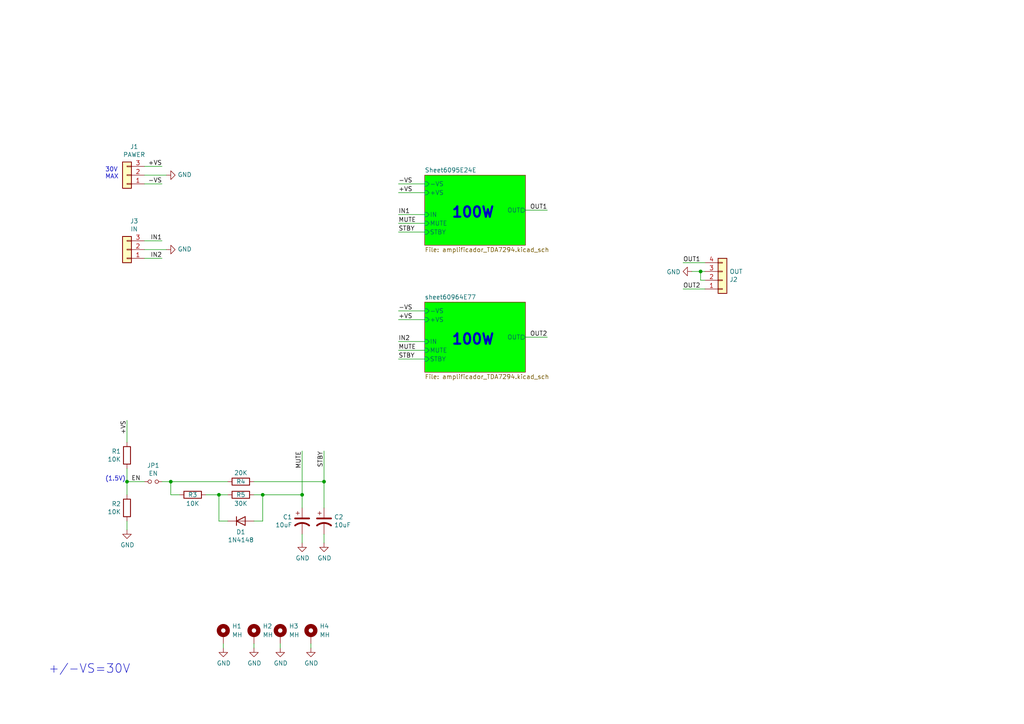
<source format=kicad_sch>
(kicad_sch (version 20211123) (generator eeschema)
  (paper "A4")
  (title_block (title "Amplificador TDA7294") (date "2022-12-08") (rev "v1.0.0") (company "MAYKOLREY.COM"))
  (lib_symbols
    (symbol "Connector_Generic:Conn_01x03" (pin_names (offset 1.016) hide)
      (property "Reference" "J" (at 0 5.08 0))
      (property "Value" "Conn_01x03" (at 0 -5.08 0))
      (symbol "Conn_01x03_1_1"
        (rectangle (start -1.27 -2.413) (end 0 -2.667) (stroke (width 0.1524)))
        (rectangle (start -1.27 0.127) (end 0 -0.127) (stroke (width 0.1524)))
        (rectangle (start -1.27 2.667) (end 0 2.413) (stroke (width 0.1524)))
        (rectangle (start -1.27 3.81) (end 1.27 -3.81) (stroke (width 0.254)) (fill (type background)))
        (pin passive line (at -5.08 2.54 0) (length 3.81) (name "Pin_1") (number "1"))
        (pin passive line (at -5.08 0 0) (length 3.81) (name "Pin_2") (number "2"))
        (pin passive line (at -5.08 -2.54 0) (length 3.81) (name "Pin_3") (number "3"))
      )
    )
    (symbol "Connector_Generic:Conn_01x04" (pin_names (offset 1.016) hide)
      (property "Reference" "J" (at 0 5.08 0))
      (property "Value" "Conn_01x04" (at 0 -7.62 0))
      (symbol "Conn_01x04_1_1"
        (rectangle (start -1.27 -4.953) (end 0 -5.207) (stroke (width 0.1524)))
        (rectangle (start -1.27 -2.413) (end 0 -2.667) (stroke (width 0.1524)))
        (rectangle (start -1.27 0.127) (end 0 -0.127) (stroke (width 0.1524)))
        (rectangle (start -1.27 2.667) (end 0 2.413) (stroke (width 0.1524)))
        (rectangle (start -1.27 3.81) (end 1.27 -6.35) (stroke (width 0.254)) (fill (type background)))
        (pin passive line (at -5.08 2.54 0) (length 3.81) (name "Pin_1") (number "1"))
        (pin passive line (at -5.08 0 0) (length 3.81) (name "Pin_2") (number "2"))
        (pin passive line (at -5.08 -2.54 0) (length 3.81) (name "Pin_3") (number "3"))
        (pin passive line (at -5.08 -5.08 0) (length 3.81) (name "Pin_4") (number "4"))
      )
    )
    (symbol "Device:D" (pin_numbers hide) (pin_names (offset 1.016) hide)
      (property "Reference" "D" (at 0 2.54 0))
      (property "Value" "D" (at 0 -2.54 0))
      (symbol "D_0_1"
        (polyline (pts (xy -1.27 1.27) (xy -1.27 -1.27)) (stroke (width 0.254)))
        (polyline (pts (xy 1.27 0) (xy -1.27 0)))
        (polyline (pts (xy 1.27 1.27) (xy 1.27 -1.27) (xy -1.27 0) (xy 1.27 1.27)) (stroke (width 0.254)))
      )
      (symbol "D_1_1"
        (pin passive line (at -3.81 0 0) (length 2.54) (name "K") (number "1"))
        (pin passive line (at 3.81 0 180) (length 2.54) (name "A") (number "2"))
      )
    )
    (symbol "Device:R" (pin_numbers hide) (pin_names (offset 0))
      (property "Reference" "R" (at 2.032 0 90))
      (property "Value" "R" (at 0 0 90))
      (symbol "R_0_1"
        (rectangle (start -1.016 -2.54) (end 1.016 2.54) (stroke (width 0.254)))
      )
      (symbol "R_1_1"
        (pin passive line (at 0 3.81 270) (length 1.27) (name "~") (number "1"))
        (pin passive line (at 0 -3.81 90) (length 1.27) (name "~") (number "2"))
      )
    )
    (symbol "Mechanical:MountingHole_Pad" (pin_numbers hide) (pin_names (offset 1.016) hide)
      (property "Reference" "H" (at 0 6.35 0))
      (property "Value" "MountingHole_Pad" (at 0 4.445 0))
      (symbol "MountingHole_Pad_0_1"
        (circle (center 0 1.27) (radius 1.27) (stroke (width 1.27)))
      )
      (symbol "MountingHole_Pad_1_1"
        (pin input line (at 0 -2.54 90) (length 2.54) (name "1") (number "1"))
      )
    )
    (symbol "TDA7294-rescue:CP1-Device" (pin_numbers hide) (pin_names (offset 0.254) hide)
      (property "Reference" "C" (at 0.635 2.54 0))
      (property "Value" "CP1-Device" (at 0.635 -2.54 0))
      (symbol "CP1-Device_0_1"
        (polyline (pts (xy -2.032 0.762) (xy 2.032 0.762)) (stroke (width 0.508)))
        (polyline (pts (xy -1.778 2.286) (xy -0.762 2.286)))
        (polyline (pts (xy -1.27 1.778) (xy -1.27 2.794)))
        (arc (start 2.032 -1.27) (mid 0 -0.5572) (end -2.032 -1.27) (stroke (width 0.508)))
      )
      (symbol "CP1-Device_1_1"
        (pin passive line (at 0 3.81 270) (length 2.794) (name "~") (number "1"))
        (pin passive line (at 0 -3.81 90) (length 3.302) (name "~") (number "2"))
      )
    )
    (symbol "TDA7294-rescue:Jumper_NO_Small-Device" (pin_numbers hide) (pin_names (offset 0.762) hide)
      (property "Reference" "JP" (at 0 2.032 0))
      (property "Value" "Jumper_NO_Small-Device" (at 0.254 -1.524 0))
      (symbol "Jumper_NO_Small-Device_0_1"
        (circle (center -1.016 0) (radius 0.508))
        (circle (center 1.016 0) (radius 0.508))
        (pin passive line (at -2.54 0 0) (length 1.016) (name "1") (number "1"))
        (pin passive line (at 2.54 0 180) (length 1.016) (name "2") (number "2"))
      )
    )
    (symbol "power:GND" (power) (pin_names (offset 0))
      (property "Value" "GND" (at 0 -3.81 0))
      (symbol "GND_0_1"
        (polyline (pts (xy 0 0) (xy 0 -1.27) (xy 1.27 -1.27) (xy 0 -2.54) (xy -1.27 -1.27) (xy 0 -1.27)))
      )
      (symbol "GND_1_1"
        (pin power_in line (at 0 0 270) (length 0) hide (name "GND") (number "1"))
      )
    )
  )
  (junction (at 36.83 139.7))
  (junction (at 49.53 139.7))
  (junction (at 76.2 143.51))
  (junction (at 87.63 143.51))
  (junction (at 203.2 78.74))
  (junction (at 63.5 143.51))
  (junction (at 93.98 139.7))
  (wire (pts (xy 36.83 153.67) (xy 36.83 151.13)))
  (wire (pts (xy 46.99 53.34) (xy 41.91 53.34)))
  (wire (pts (xy 48.26 50.8) (xy 41.91 50.8)))
  (wire (pts (xy 73.66 186.69) (xy 73.66 187.96)))
  (wire (pts (xy 158.75 60.96) (xy 152.4 60.96)))
  (wire (pts (xy 66.04 151.13) (xy 63.5 151.13)))
  (wire (pts (xy 198.12 83.82) (xy 204.47 83.82)))
  (wire (pts (xy 203.2 78.74) (xy 204.47 78.74)))
  (wire (pts (xy 59.69 143.51) (xy 63.5 143.51)))
  (wire (pts (xy 115.57 90.17) (xy 123.19 90.17)))
  (wire (pts (xy 64.77 186.69) (xy 64.77 187.96)))
  (wire (pts (xy 48.26 72.39) (xy 41.91 72.39)))
  (wire (pts (xy 87.63 143.51) (xy 76.2 143.51)))
  (wire (pts (xy 203.2 81.28) (xy 203.2 78.74)))
  (wire (pts (xy 46.99 48.26) (xy 41.91 48.26)))
  (wire (pts (xy 87.63 130.81) (xy 87.63 143.51)))
  (wire (pts (xy 123.19 101.6) (xy 115.57 101.6)))
  (wire (pts (xy 198.12 76.2) (xy 204.47 76.2)))
  (wire (pts (xy 93.98 147.32) (xy 93.98 139.7)))
  (wire (pts (xy 36.83 139.7) (xy 36.83 135.89)))
  (wire (pts (xy 115.57 55.88) (xy 123.19 55.88)))
  (wire (pts (xy 115.57 92.71) (xy 123.19 92.71)))
  (wire (pts (xy 36.83 121.92) (xy 36.83 128.27)))
  (wire (pts (xy 87.63 147.32) (xy 87.63 143.51)))
  (wire (pts (xy 46.99 139.7) (xy 49.53 139.7)))
  (wire (pts (xy 76.2 143.51) (xy 73.66 143.51)))
  (wire (pts (xy 73.66 151.13) (xy 76.2 151.13)))
  (wire (pts (xy 115.57 67.31) (xy 123.19 67.31)))
  (wire (pts (xy 93.98 139.7) (xy 73.66 139.7)))
  (wire (pts (xy 63.5 143.51) (xy 66.04 143.51)))
  (wire (pts (xy 115.57 53.34) (xy 123.19 53.34)))
  (wire (pts (xy 115.57 62.23) (xy 123.19 62.23)))
  (wire (pts (xy 158.75 97.79) (xy 152.4 97.79)))
  (wire (pts (xy 90.17 186.69) (xy 90.17 187.96)))
  (wire (pts (xy 115.57 104.14) (xy 123.19 104.14)))
  (wire (pts (xy 49.53 139.7) (xy 66.04 139.7)))
  (wire (pts (xy 200.66 78.74) (xy 203.2 78.74)))
  (wire (pts (xy 36.83 139.7) (xy 36.83 143.51)))
  (wire (pts (xy 63.5 151.13) (xy 63.5 143.51)))
  (wire (pts (xy 46.99 69.85) (xy 41.91 69.85)))
  (wire (pts (xy 46.99 74.93) (xy 41.91 74.93)))
  (wire (pts (xy 93.98 157.48) (xy 93.98 154.94)))
  (wire (pts (xy 204.47 81.28) (xy 203.2 81.28)))
  (wire (pts (xy 115.57 99.06) (xy 123.19 99.06)))
  (wire (pts (xy 41.91 139.7) (xy 36.83 139.7)))
  (wire (pts (xy 87.63 157.48) (xy 87.63 154.94)))
  (wire (pts (xy 52.07 143.51) (xy 49.53 143.51)))
  (wire (pts (xy 81.28 186.69) (xy 81.28 187.96)))
  (wire (pts (xy 76.2 151.13) (xy 76.2 143.51)))
  (wire (pts (xy 49.53 143.51) (xy 49.53 139.7)))
  (wire (pts (xy 123.19 64.77) (xy 115.57 64.77)))
  (wire (pts (xy 93.98 139.7) (xy 93.98 130.81)))
  (text "100W" (at 130.81 63.5 0) (effects (font (size 3 3) (thickness 0.6) bold) (justify left bottom)))
  (text "+/-VS=30V" (at 13.97 195.58 0) (effects (font (size 2.54 2.54)) (justify left bottom)))
  (text "100W" (at 130.81 100.33 0) (effects (font (size 3 3) (thickness 0.6) bold) (justify left bottom)))
  (text "(1.5V)" (at 30.48 139.7 0) (effects (font (size 1.27 1.27)) (justify left bottom)))
  (text "30V\nMAX" (at 30.48 52.07 0) (effects (font (size 1.27 1.27)) (justify left bottom)))
  (label "MUTE" (at 115.57 64.77 0))
  (label "IN2" (at 115.57 99.06 0))
  (label "OUT1" (at 198.12 76.2 0))
  (label "-VS" (at 46.99 53.34 180))
  (label "STBY" (at 115.57 67.31 0))
  (label "EN" (at 38.1 139.7 0))
  (label "IN1" (at 115.57 62.23 0))
  (label "IN2" (at 46.99 74.93 180))
  (label "+VS" (at 46.99 48.26 180))
  (label "+VS" (at 115.57 55.88 0))
  (label "OUT1" (at 158.75 60.96 180))
  (label "MUTE" (at 87.63 130.81 270))
  (label "-VS" (at 115.57 53.34 0))
  (label "OUT2" (at 198.12 83.82 0))
  (label "STBY" (at 115.57 104.14 0))
  (label "+VS" (at 36.83 121.92 270))
  (label "OUT2" (at 158.75 97.79 180))
  (label "IN1" (at 46.99 69.85 180))
  (label "+VS" (at 115.57 92.71 0))
  (label "MUTE" (at 115.57 101.6 0))
  (label "STBY" (at 93.98 130.81 270))
  (label "-VS" (at 115.57 90.17 0))
  (symbol (lib_id "Device:R") (at 69.85 143.51 270) (mirror x) (unit 1)
    (property "Reference" "R5" (at 69.85 143.51 90))
    (property "Value" "30K" (at 69.85 146.05 90))
    (property "Footprint" "Resistor_THT:R_Axial_DIN0207_L6.3mm_D2.5mm_P10.16mm_Horizontal" (effects hide))
  )
  (symbol (lib_id "TDA7294-rescue:CP1-Device") (at 87.63 151.13 0) (unit 1)
    (property "Reference" "C1" (at 84.7344 149.9616 0) (effects (justify right)))
    (property "Value" "10uF" (at 84.7344 152.273 0) (effects (justify right)))
    (property "Footprint" "Capacitor_THT:CP_Radial_D5.0mm_P2.50mm" (effects hide))
  )
  (symbol (lib_id "TDA7294-rescue:CP1-Device") (at 93.98 151.13 0) (unit 1)
    (property "Reference" "C2" (at 96.901 149.9616 0) (effects (justify left)))
    (property "Value" "10uF" (at 96.901 152.273 0) (effects (justify left)))
    (property "Footprint" "Capacitor_THT:CP_Radial_D5.0mm_P2.50mm" (effects hide))
  )
  (symbol (lib_id "Device:R") (at 69.85 139.7 270) (mirror x) (unit 1)
    (property "Reference" "R4" (at 69.85 139.7 90))
    (property "Value" "20K" (at 69.85 137.16 90))
    (property "Footprint" "Resistor_THT:R_Axial_DIN0207_L6.3mm_D2.5mm_P10.16mm_Horizontal" (effects hide))
  )
  (symbol (lib_id "Device:R") (at 55.88 143.51 270) (mirror x) (unit 1)
    (property "Reference" "R3" (at 55.88 143.51 90))
    (property "Value" "10K" (at 55.88 146.05 90))
    (property "Footprint" "Resistor_THT:R_Axial_DIN0207_L6.3mm_D2.5mm_P10.16mm_Horizontal" (effects hide))
  )
  (symbol (lib_id "Device:D") (at 69.85 151.13 0) (unit 1)
    (property "Reference" "D1" (at 69.85 154.305 0))
    (property "Value" "1N4148" (at 69.85 156.6164 0))
    (property "Footprint" "Diode_THT:D_A-405_P10.16mm_Horizontal" (effects hide))
  )
  (symbol (lib_id "power:GND") (at 87.63 157.48 0) (unit 1)
    (property "Reference" "#PWR02" (effects hide))
    (property "Value" "GND" (at 87.757 161.8742 0))
  )
  (symbol (lib_id "power:GND") (at 93.98 157.48 0) (unit 1)
    (property "Reference" "#PWR03" (effects hide))
    (property "Value" "GND" (at 94.107 161.8742 0))
  )
  (symbol (lib_id "TDA7294-rescue:Jumper_NO_Small-Device") (at 44.45 139.7 0) (unit 1)
    (property "Reference" "JP1" (at 44.45 135.001 0))
    (property "Value" "EN" (at 44.45 137.3124 0))
    (property "Footprint" "Connector_PinHeader_2.54mm:PinHeader_1x02_P2.54mm_Vertical" (effects hide))
  )
  (symbol (lib_id "Device:R") (at 36.83 132.08 0) (mirror x) (unit 1)
    (property "Reference" "R1" (at 35.0774 130.9116 0) (effects (justify right)))
    (property "Value" "10K" (at 35.0774 133.223 0) (effects (justify right)))
    (property "Footprint" "Resistor_THT:R_Axial_DIN0207_L6.3mm_D2.5mm_P10.16mm_Horizontal" (effects hide))
  )
  (symbol (lib_id "Device:R") (at 36.83 147.32 0) (mirror x) (unit 1)
    (property "Reference" "R2" (at 35.0774 146.1516 0) (effects (justify right)))
    (property "Value" "10K" (at 35.0774 148.463 0) (effects (justify right)))
    (property "Footprint" "Resistor_THT:R_Axial_DIN0207_L6.3mm_D2.5mm_P10.16mm_Horizontal" (effects hide))
  )
  (symbol (lib_id "power:GND") (at 36.83 153.67 0) (unit 1)
    (property "Reference" "#PWR01" (effects hide))
    (property "Value" "GND" (at 36.957 158.0642 0))
  )
  (symbol (lib_id "Connector_Generic:Conn_01x03") (at 36.83 50.8 180) (unit 1)
    (property "Reference" "J1" (at 38.9128 42.545 0))
    (property "Value" "PAWER" (at 38.9128 44.8564 0))
    (property "Footprint" "TerminalBlock_Phoenix:TerminalBlock_Phoenix_MKDS-1,5-3-5.08_1x03_P5.08mm_Horizontal" (effects hide))
  )
  (symbol (lib_id "power:GND") (at 48.26 50.8 90) (unit 1)
    (property "Reference" "#PWR020" (effects hide))
    (property "Value" "GND" (at 51.5112 50.673 90) (effects (justify right)))
  )
  (symbol (lib_id "Connector_Generic:Conn_01x04") (at 209.55 81.28 0) (mirror x) (unit 1)
    (property "Reference" "J2" (at 211.582 81.0768 0) (effects (justify left)))
    (property "Value" "OUT" (at 211.582 78.7654 0) (effects (justify left)))
    (property "Footprint" "TerminalBlock_Phoenix:TerminalBlock_Phoenix_MKDS-1,5-4-5.08_1x04_P5.08mm_Horizontal" (effects hide))
  )
  (symbol (lib_id "power:GND") (at 200.66 78.74 270) (unit 1)
    (property "Reference" "#PWR021" (effects hide))
    (property "Value" "GND" (at 197.4088 78.867 90) (effects (justify right)))
  )
  (symbol (lib_id "Connector_Generic:Conn_01x03") (at 36.83 72.39 180) (unit 1)
    (property "Reference" "J3" (at 38.9128 64.135 0))
    (property "Value" "IN" (at 38.9128 66.4464 0))
    (property "Footprint" "Connector_PinHeader_2.54mm:PinHeader_1x03_P2.54mm_Vertical" (effects hide))
  )
  (symbol (lib_id "power:GND") (at 48.26 72.39 90) (unit 1)
    (property "Reference" "#PWR022" (effects hide))
    (property "Value" "GND" (at 51.5112 72.263 90) (effects (justify right)))
  )
  (symbol (lib_id "Mechanical:MountingHole_Pad") (at 90.17 184.15 0) (unit 1)
    (property "Reference" "H4" (at 92.71 181.6099 0) (effects (justify left)))
    (property "Value" "MH" (at 92.71 184.1499 0) (effects (justify left)))
    (property "Footprint" "MountingHole:MountingHole_3.2mm_M3_DIN965_Pad" (effects hide))
  )
  (symbol (lib_id "power:GND") (at 73.66 187.96 0) (unit 1)
    (property "Reference" "#PWR024" (effects hide))
    (property "Value" "GND" (at 73.787 192.3542 0))
  )
  (symbol (lib_id "power:GND") (at 90.17 187.96 0) (unit 1)
    (property "Reference" "#PWR026" (effects hide))
    (property "Value" "GND" (at 90.297 192.3542 0))
  )
  (symbol (lib_id "power:GND") (at 81.28 187.96 0) (unit 1)
    (property "Reference" "#PWR025" (effects hide))
    (property "Value" "GND" (at 81.407 192.3542 0))
  )
  (symbol (lib_id "power:GND") (at 64.77 187.96 0) (unit 1)
    (property "Reference" "#PWR023" (effects hide))
    (property "Value" "GND" (at 64.897 192.3542 0))
  )
  (symbol (lib_id "Mechanical:MountingHole_Pad") (at 73.66 184.15 0) (unit 1)
    (property "Reference" "H2" (at 76.2 181.6099 0) (effects (justify left)))
    (property "Value" "MH" (at 76.2 184.1499 0) (effects (justify left)))
    (property "Footprint" "MountingHole:MountingHole_3.2mm_M3_DIN965_Pad" (effects hide))
  )
  (symbol (lib_id "Mechanical:MountingHole_Pad") (at 81.28 184.15 0) (unit 1)
    (property "Reference" "H3" (at 83.82 181.6099 0) (effects (justify left)))
    (property "Value" "MH" (at 83.82 184.1499 0) (effects (justify left)))
    (property "Footprint" "MountingHole:MountingHole_3.2mm_M3_DIN965_Pad" (effects hide))
  )
  (symbol (lib_id "Mechanical:MountingHole_Pad") (at 64.77 184.15 0) (unit 1)
    (property "Reference" "H1" (at 67.31 181.6099 0) (effects (justify left)))
    (property "Value" "MH" (at 67.31 184.1499 0) (effects (justify left)))
    (property "Footprint" "MountingHole:MountingHole_3.2mm_M3_DIN965_Pad" (effects hide))
  )
  (sheet (at 123.19 50.8) (size 29.21 20.32) (fill (color 0 255 0 1.0000))
    (property "Sheet name" "Sheet6095E24E" (at 123.19 50.0884 0) (effects (justify left bottom)))
    (property "Sheet file" "amplificador_TDA7294.kicad_sch" (at 123.19 71.7046 0) (effects (justify left top)))
    (pin "-VS" input (at 123.19 53.34 180))
    (pin "+VS" input (at 123.19 55.88 180))
    (pin "OUT" output (at 152.4 60.96 0))
    (pin "IN" input (at 123.19 62.23 180))
    (pin "MUTE" input (at 123.19 64.77 180))
    (pin "STBY" input (at 123.19 67.31 180))
  )
  (sheet (at 123.19 87.63) (size 29.21 20.32) (fill (color 0 255 0 1.0000))
    (property "Sheet name" "sheet60964E77" (at 123.19 86.9184 0) (effects (justify left bottom)))
    (property "Sheet file" "amplificador_TDA7294.kicad_sch" (at 123.19 108.5346 0) (effects (justify left top)))
    (pin "-VS" input (at 123.19 90.17 180))
    (pin "+VS" input (at 123.19 92.71 180))
    (pin "OUT" output (at 152.4 97.79 0))
    (pin "IN" input (at 123.19 99.06 180))
    (pin "MUTE" input (at 123.19 101.6 180))
    (pin "STBY" input (at 123.19 104.14 180))
  )
)
</source>
